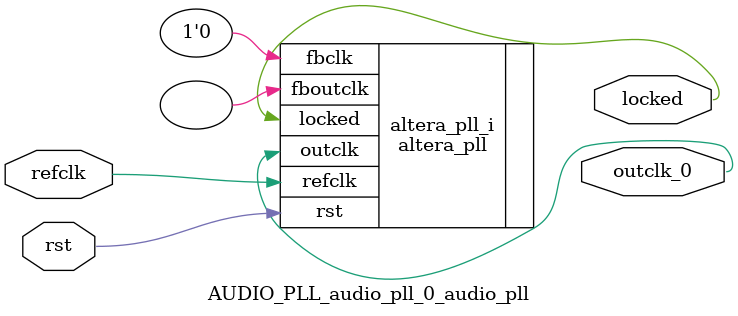
<source format=v>
`timescale 1ns/10ps
module  AUDIO_PLL_audio_pll_0_audio_pll(

	// interface 'refclk'
	input wire refclk,

	// interface 'reset'
	input wire rst,

	// interface 'outclk0'
	output wire outclk_0,

	// interface 'locked'
	output wire locked
);

	altera_pll #(
		.fractional_vco_multiplier("false"),
		.reference_clock_frequency("50.0 MHz"),
		.operation_mode("direct"),
		.number_of_clocks(1),
		.output_clock_frequency0("18.432203 MHz"),
		.phase_shift0("0 ps"),
		.duty_cycle0(50),
		.output_clock_frequency1("0 MHz"),
		.phase_shift1("0 ps"),
		.duty_cycle1(50),
		.output_clock_frequency2("0 MHz"),
		.phase_shift2("0 ps"),
		.duty_cycle2(50),
		.output_clock_frequency3("0 MHz"),
		.phase_shift3("0 ps"),
		.duty_cycle3(50),
		.output_clock_frequency4("0 MHz"),
		.phase_shift4("0 ps"),
		.duty_cycle4(50),
		.output_clock_frequency5("0 MHz"),
		.phase_shift5("0 ps"),
		.duty_cycle5(50),
		.output_clock_frequency6("0 MHz"),
		.phase_shift6("0 ps"),
		.duty_cycle6(50),
		.output_clock_frequency7("0 MHz"),
		.phase_shift7("0 ps"),
		.duty_cycle7(50),
		.output_clock_frequency8("0 MHz"),
		.phase_shift8("0 ps"),
		.duty_cycle8(50),
		.output_clock_frequency9("0 MHz"),
		.phase_shift9("0 ps"),
		.duty_cycle9(50),
		.output_clock_frequency10("0 MHz"),
		.phase_shift10("0 ps"),
		.duty_cycle10(50),
		.output_clock_frequency11("0 MHz"),
		.phase_shift11("0 ps"),
		.duty_cycle11(50),
		.output_clock_frequency12("0 MHz"),
		.phase_shift12("0 ps"),
		.duty_cycle12(50),
		.output_clock_frequency13("0 MHz"),
		.phase_shift13("0 ps"),
		.duty_cycle13(50),
		.output_clock_frequency14("0 MHz"),
		.phase_shift14("0 ps"),
		.duty_cycle14(50),
		.output_clock_frequency15("0 MHz"),
		.phase_shift15("0 ps"),
		.duty_cycle15(50),
		.output_clock_frequency16("0 MHz"),
		.phase_shift16("0 ps"),
		.duty_cycle16(50),
		.output_clock_frequency17("0 MHz"),
		.phase_shift17("0 ps"),
		.duty_cycle17(50),
		.pll_type("General"),
		.pll_subtype("General")
	) altera_pll_i (
		.rst	(rst),
		.outclk	({outclk_0}),
		.locked	(locked),
		.fboutclk	( ),
		.fbclk	(1'b0),
		.refclk	(refclk)
	);
endmodule


</source>
